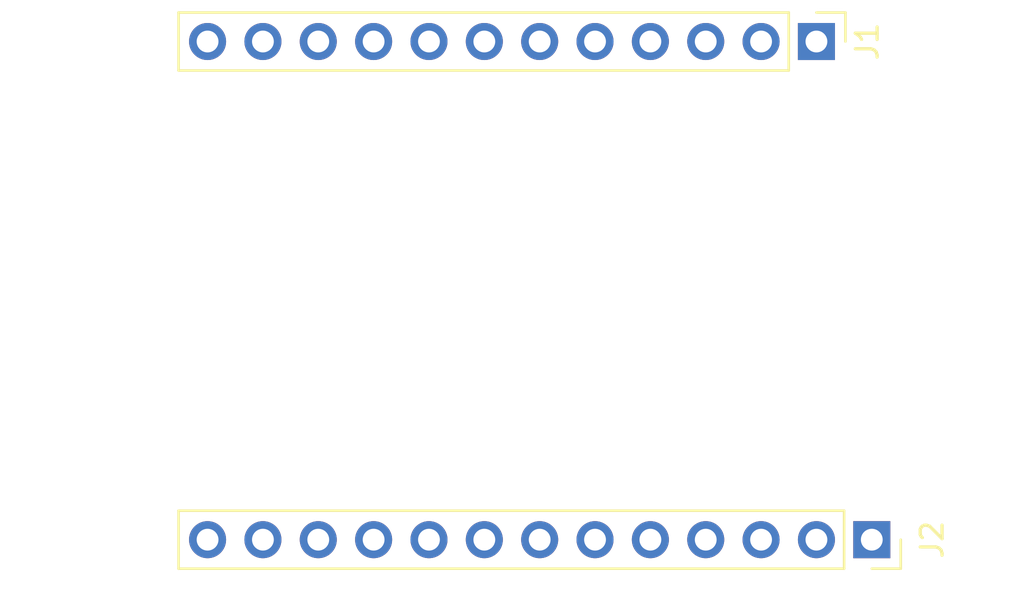
<source format=kicad_pcb>
(kicad_pcb (version 20171130) (host pcbnew 5.0.2+dfsg1-1)

  (general
    (thickness 1.6)
    (drawings 0)
    (tracks 0)
    (zones 0)
    (modules 2)
    (nets 27)
  )

  (page A4)
  (layers
    (0 F.Cu signal)
    (31 B.Cu signal)
    (32 B.Adhes user)
    (33 F.Adhes user)
    (34 B.Paste user)
    (35 F.Paste user)
    (36 B.SilkS user)
    (37 F.SilkS user)
    (38 B.Mask user)
    (39 F.Mask user)
    (40 Dwgs.User user)
    (41 Cmts.User user)
    (42 Eco1.User user)
    (43 Eco2.User user)
    (44 Edge.Cuts user)
    (45 Margin user)
    (46 B.CrtYd user)
    (47 F.CrtYd user)
    (48 B.Fab user hide)
    (49 F.Fab user)
  )

  (setup
    (last_trace_width 0.3175)
    (trace_clearance 0.2032)
    (zone_clearance 0.508)
    (zone_45_only no)
    (trace_min 0.2)
    (segment_width 0.2)
    (edge_width 0.15)
    (via_size 0.8)
    (via_drill 0.4)
    (via_min_size 0.4)
    (via_min_drill 0.3)
    (uvia_size 0.3)
    (uvia_drill 0.1)
    (uvias_allowed no)
    (uvia_min_size 0.2)
    (uvia_min_drill 0.1)
    (pcb_text_width 0.3)
    (pcb_text_size 1.5 1.5)
    (mod_edge_width 0.15)
    (mod_text_size 0.000001 0.000001)
    (mod_text_width 0.15)
    (pad_size 1.4 1.4)
    (pad_drill 0.6)
    (pad_to_mask_clearance 0.051)
    (solder_mask_min_width 0.25)
    (aux_axis_origin 0 0)
    (visible_elements FFFFFFFF)
    (pcbplotparams
      (layerselection 0x010fc_7fffffff)
      (usegerberextensions false)
      (usegerberattributes false)
      (usegerberadvancedattributes false)
      (creategerberjobfile false)
      (excludeedgelayer true)
      (linewidth 0.100000)
      (plotframeref false)
      (viasonmask false)
      (mode 1)
      (useauxorigin false)
      (hpglpennumber 1)
      (hpglpenspeed 20)
      (hpglpendiameter 15.000000)
      (psnegative false)
      (psa4output false)
      (plotreference true)
      (plotvalue false)
      (plotinvisibletext false)
      (padsonsilk false)
      (subtractmaskfromsilk false)
      (outputformat 2)
      (mirror false)
      (drillshape 0)
      (scaleselection 1)
      (outputdirectory ""))
  )

  (net 0 "")
  (net 1 GNDD)
  (net 2 "Net-(J1-Pad3)")
  (net 3 "Net-(J1-Pad4)")
  (net 4 "Net-(J1-Pad1)")
  (net 5 "Net-(J1-Pad2)")
  (net 6 "Net-(J1-Pad5)")
  (net 7 "Net-(J1-Pad6)")
  (net 8 "Net-(J1-Pad7)")
  (net 9 "Net-(J1-Pad8)")
  (net 10 "Net-(J1-Pad9)")
  (net 11 "Net-(J1-Pad10)")
  (net 12 "Net-(J1-Pad11)")
  (net 13 "Net-(J1-Pad12)")
  (net 14 "Net-(J2-Pad1)")
  (net 15 "Net-(J2-Pad2)")
  (net 16 "Net-(J2-Pad3)")
  (net 17 "Net-(J2-Pad4)")
  (net 18 "Net-(J2-Pad5)")
  (net 19 "Net-(J2-Pad6)")
  (net 20 "Net-(J2-Pad7)")
  (net 21 "Net-(J2-Pad8)")
  (net 22 "Net-(J2-Pad9)")
  (net 23 "Net-(J2-Pad10)")
  (net 24 "Net-(J2-Pad11)")
  (net 25 "Net-(J2-Pad12)")
  (net 26 "Net-(J2-Pad13)")

  (net_class Default "Dies ist die voreingestellte Netzklasse."
    (clearance 0.2032)
    (trace_width 0.3175)
    (via_dia 0.8)
    (via_drill 0.4)
    (uvia_dia 0.3)
    (uvia_drill 0.1)
    (add_net "Net-(J1-Pad1)")
    (add_net "Net-(J1-Pad10)")
    (add_net "Net-(J1-Pad11)")
    (add_net "Net-(J1-Pad12)")
    (add_net "Net-(J1-Pad2)")
    (add_net "Net-(J1-Pad3)")
    (add_net "Net-(J1-Pad4)")
    (add_net "Net-(J1-Pad5)")
    (add_net "Net-(J1-Pad6)")
    (add_net "Net-(J1-Pad7)")
    (add_net "Net-(J1-Pad8)")
    (add_net "Net-(J1-Pad9)")
    (add_net "Net-(J2-Pad1)")
    (add_net "Net-(J2-Pad10)")
    (add_net "Net-(J2-Pad11)")
    (add_net "Net-(J2-Pad12)")
    (add_net "Net-(J2-Pad13)")
    (add_net "Net-(J2-Pad2)")
    (add_net "Net-(J2-Pad3)")
    (add_net "Net-(J2-Pad4)")
    (add_net "Net-(J2-Pad5)")
    (add_net "Net-(J2-Pad6)")
    (add_net "Net-(J2-Pad7)")
    (add_net "Net-(J2-Pad8)")
    (add_net "Net-(J2-Pad9)")
  )

  (module Connector_PinSocket_2.54mm:PinSocket_1x13_P2.54mm_Vertical (layer F.Cu) (tedit 5A19A421) (tstamp 60598EA0)
    (at 136.525 110.49 270)
    (descr "Through hole straight socket strip, 1x13, 2.54mm pitch, single row (from Kicad 4.0.7), script generated")
    (tags "Through hole socket strip THT 1x13 2.54mm single row")
    (path /604D12F8)
    (fp_text reference J2 (at 0 -2.77 270) (layer F.SilkS)
      (effects (font (size 1 1) (thickness 0.15)))
    )
    (fp_text value P2 (at 0 33.25 270) (layer F.Fab)
      (effects (font (size 1 1) (thickness 0.15)))
    )
    (fp_line (start -1.27 -1.27) (end 0.635 -1.27) (layer F.Fab) (width 0.1))
    (fp_line (start 0.635 -1.27) (end 1.27 -0.635) (layer F.Fab) (width 0.1))
    (fp_line (start 1.27 -0.635) (end 1.27 31.75) (layer F.Fab) (width 0.1))
    (fp_line (start 1.27 31.75) (end -1.27 31.75) (layer F.Fab) (width 0.1))
    (fp_line (start -1.27 31.75) (end -1.27 -1.27) (layer F.Fab) (width 0.1))
    (fp_line (start -1.33 1.27) (end 1.33 1.27) (layer F.SilkS) (width 0.12))
    (fp_line (start -1.33 1.27) (end -1.33 31.81) (layer F.SilkS) (width 0.12))
    (fp_line (start -1.33 31.81) (end 1.33 31.81) (layer F.SilkS) (width 0.12))
    (fp_line (start 1.33 1.27) (end 1.33 31.81) (layer F.SilkS) (width 0.12))
    (fp_line (start 1.33 -1.33) (end 1.33 0) (layer F.SilkS) (width 0.12))
    (fp_line (start 0 -1.33) (end 1.33 -1.33) (layer F.SilkS) (width 0.12))
    (fp_line (start -1.8 -1.8) (end 1.75 -1.8) (layer F.CrtYd) (width 0.05))
    (fp_line (start 1.75 -1.8) (end 1.75 32.25) (layer F.CrtYd) (width 0.05))
    (fp_line (start 1.75 32.25) (end -1.8 32.25) (layer F.CrtYd) (width 0.05))
    (fp_line (start -1.8 32.25) (end -1.8 -1.8) (layer F.CrtYd) (width 0.05))
    (fp_text user %R (at 0 15.24) (layer F.Fab)
      (effects (font (size 1 1) (thickness 0.15)))
    )
    (pad 1 thru_hole rect (at 0 0 270) (size 1.7 1.7) (drill 1) (layers *.Cu *.Mask)
      (net 14 "Net-(J2-Pad1)"))
    (pad 2 thru_hole oval (at 0 2.54 270) (size 1.7 1.7) (drill 1) (layers *.Cu *.Mask)
      (net 15 "Net-(J2-Pad2)"))
    (pad 3 thru_hole oval (at 0 5.08 270) (size 1.7 1.7) (drill 1) (layers *.Cu *.Mask)
      (net 16 "Net-(J2-Pad3)"))
    (pad 4 thru_hole oval (at 0 7.62 270) (size 1.7 1.7) (drill 1) (layers *.Cu *.Mask)
      (net 17 "Net-(J2-Pad4)"))
    (pad 5 thru_hole oval (at 0 10.16 270) (size 1.7 1.7) (drill 1) (layers *.Cu *.Mask)
      (net 18 "Net-(J2-Pad5)"))
    (pad 6 thru_hole oval (at 0 12.7 270) (size 1.7 1.7) (drill 1) (layers *.Cu *.Mask)
      (net 19 "Net-(J2-Pad6)"))
    (pad 7 thru_hole oval (at 0 15.24 270) (size 1.7 1.7) (drill 1) (layers *.Cu *.Mask)
      (net 20 "Net-(J2-Pad7)"))
    (pad 8 thru_hole oval (at 0 17.78 270) (size 1.7 1.7) (drill 1) (layers *.Cu *.Mask)
      (net 21 "Net-(J2-Pad8)"))
    (pad 9 thru_hole oval (at 0 20.32 270) (size 1.7 1.7) (drill 1) (layers *.Cu *.Mask)
      (net 22 "Net-(J2-Pad9)"))
    (pad 10 thru_hole oval (at 0 22.86 270) (size 1.7 1.7) (drill 1) (layers *.Cu *.Mask)
      (net 23 "Net-(J2-Pad10)"))
    (pad 11 thru_hole oval (at 0 25.4 270) (size 1.7 1.7) (drill 1) (layers *.Cu *.Mask)
      (net 24 "Net-(J2-Pad11)"))
    (pad 12 thru_hole oval (at 0 27.94 270) (size 1.7 1.7) (drill 1) (layers *.Cu *.Mask)
      (net 25 "Net-(J2-Pad12)"))
    (pad 13 thru_hole oval (at 0 30.48 270) (size 1.7 1.7) (drill 1) (layers *.Cu *.Mask)
      (net 26 "Net-(J2-Pad13)"))
    (model ${KISYS3DMOD}/Connector_PinSocket_2.54mm.3dshapes/PinSocket_1x13_P2.54mm_Vertical.wrl
      (at (xyz 0 0 0))
      (scale (xyz 1 1 1))
      (rotate (xyz 0 0 0))
    )
  )

  (module Connector_PinHeader_2.54mm:PinHeader_1x12_P2.54mm_Vertical (layer F.Cu) (tedit 604D14B3) (tstamp 5D436A42)
    (at 133.985 87.63 270)
    (descr "Through hole straight pin header, 1x12, 2.54mm pitch, single row")
    (tags "Through hole pin header THT 1x12 2.54mm single row")
    (path /5D35F661)
    (fp_text reference J1 (at 0 -2.33 270) (layer F.SilkS)
      (effects (font (size 1 1) (thickness 0.15)))
    )
    (fp_text value P1 (at 0 30.48 270) (layer F.Fab)
      (effects (font (size 1 1) (thickness 0.15)))
    )
    (fp_line (start -0.635 -1.27) (end 1.27 -1.27) (layer F.Fab) (width 0.1))
    (fp_line (start 1.27 -1.27) (end 1.27 29.21) (layer F.Fab) (width 0.1))
    (fp_line (start 1.27 29.21) (end -1.27 29.21) (layer F.Fab) (width 0.1))
    (fp_line (start -1.27 29.21) (end -1.27 -0.635) (layer F.Fab) (width 0.1))
    (fp_line (start -1.27 -0.635) (end -0.635 -1.27) (layer F.Fab) (width 0.1))
    (fp_line (start -1.33 29.27) (end 1.33 29.27) (layer F.SilkS) (width 0.12))
    (fp_line (start -1.33 1.27) (end -1.33 29.27) (layer F.SilkS) (width 0.12))
    (fp_line (start 1.33 1.27) (end 1.33 29.27) (layer F.SilkS) (width 0.12))
    (fp_line (start -1.33 1.27) (end 1.33 1.27) (layer F.SilkS) (width 0.12))
    (fp_line (start -1.33 0) (end -1.33 -1.33) (layer F.SilkS) (width 0.12))
    (fp_line (start -1.33 -1.33) (end 0 -1.33) (layer F.SilkS) (width 0.12))
    (fp_line (start -1.8 -1.8) (end -1.8 29.75) (layer F.CrtYd) (width 0.05))
    (fp_line (start -1.8 29.75) (end 1.8 29.75) (layer F.CrtYd) (width 0.05))
    (fp_line (start 1.8 29.75) (end 1.8 -1.8) (layer F.CrtYd) (width 0.05))
    (fp_line (start 1.8 -1.8) (end -1.8 -1.8) (layer F.CrtYd) (width 0.05))
    (fp_text user %R (at 0 13.97) (layer F.Fab)
      (effects (font (size 1 1) (thickness 0.15)))
    )
    (pad 1 thru_hole rect (at 0 0 270) (size 1.7 1.7) (drill 1) (layers *.Cu *.Mask)
      (net 4 "Net-(J1-Pad1)"))
    (pad 2 thru_hole oval (at 0 2.54 270) (size 1.7 1.7) (drill 1) (layers *.Cu *.Mask)
      (net 5 "Net-(J1-Pad2)"))
    (pad 3 thru_hole oval (at 0 5.08 270) (size 1.7 1.7) (drill 1) (layers *.Cu *.Mask)
      (net 2 "Net-(J1-Pad3)"))
    (pad 4 thru_hole oval (at 0 7.62 270) (size 1.7 1.7) (drill 1) (layers *.Cu *.Mask)
      (net 3 "Net-(J1-Pad4)"))
    (pad 5 thru_hole oval (at 0 10.16 270) (size 1.7 1.7) (drill 1) (layers *.Cu *.Mask)
      (net 6 "Net-(J1-Pad5)"))
    (pad 6 thru_hole oval (at 0 12.7 270) (size 1.7 1.7) (drill 1) (layers *.Cu *.Mask)
      (net 7 "Net-(J1-Pad6)"))
    (pad 7 thru_hole oval (at 0 15.24 270) (size 1.7 1.7) (drill 1) (layers *.Cu *.Mask)
      (net 8 "Net-(J1-Pad7)"))
    (pad 8 thru_hole oval (at 0 17.78 270) (size 1.7 1.7) (drill 1) (layers *.Cu *.Mask)
      (net 9 "Net-(J1-Pad8)"))
    (pad 9 thru_hole oval (at 0 20.32 270) (size 1.7 1.7) (drill 1) (layers *.Cu *.Mask)
      (net 10 "Net-(J1-Pad9)"))
    (pad 10 thru_hole oval (at 0 22.86 270) (size 1.7 1.7) (drill 1) (layers *.Cu *.Mask)
      (net 11 "Net-(J1-Pad10)"))
    (pad 11 thru_hole oval (at 0 25.4 270) (size 1.7 1.7) (drill 1) (layers *.Cu *.Mask)
      (net 12 "Net-(J1-Pad11)"))
    (pad 12 thru_hole oval (at 0 27.94 270) (size 1.7 1.7) (drill 1) (layers *.Cu *.Mask)
      (net 13 "Net-(J1-Pad12)"))
    (model ${KISYS3DMOD}/Connector_PinHeader_2.54mm.3dshapes/PinHeader_1x12_P2.54mm_Vertical.wrl
      (at (xyz 0 0 0))
      (scale (xyz 1 1 1))
      (rotate (xyz 0 0 0))
    )
  )

  (zone (net 1) (net_name GNDD) (layer F.Cu) (tstamp 5D37FF74) (hatch edge 0.508)
    (connect_pads (clearance 0.508))
    (min_thickness 0.254)
    (fill yes (arc_segments 16) (thermal_gap 0.508) (thermal_bridge_width 0.508))
    (polygon
      (pts
        (xy 96.52 85.725) (xy 143.51 85.725) (xy 143.51 113.03) (xy 96.52 113.03)
      )
    )
  )
)

</source>
